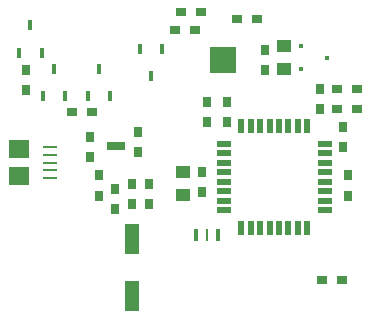
<source format=gbr>
G04 DipTrace 2.4.0.2*
%INTopPaste.gbr*%
%MOIN*%
%ADD37R,0.05X0.022*%
%ADD38R,0.022X0.05*%
%ADD56O,0.0031X0.0255*%
%ADD58R,0.059X0.0275*%
%ADD70R,0.0472X0.1043*%
%ADD72R,0.0079X0.0433*%
%ADD74R,0.0157X0.0433*%
%ADD80R,0.0157X0.0118*%
%ADD82R,0.0669X0.063*%
%ADD84R,0.0453X0.0079*%
%ADD94R,0.0177X0.0335*%
%ADD96R,0.0886X0.0886*%
%ADD98R,0.0039X0.0256*%
%ADD100R,0.0256X0.0039*%
%ADD112R,0.0354X0.0315*%
%ADD114R,0.0512X0.0433*%
%ADD116R,0.0315X0.0354*%
%FSLAX44Y44*%
G04*
G70*
G90*
G75*
G01*
%LNTopPaste*%
%LPD*%
D116*
X560Y7735D3*
Y8405D3*
X6430Y4335D3*
Y5005D3*
X11310Y4215D3*
Y4885D3*
D114*
X5810Y4236D3*
Y4984D3*
D116*
X6580Y6675D3*
Y7345D3*
X7250Y6675D3*
Y7345D3*
X8540Y8395D3*
Y9065D3*
D112*
X7595Y10100D3*
X8265D3*
D37*
X7150Y5932D3*
Y5617D3*
Y5302D3*
Y4987D3*
Y4673D3*
Y4358D3*
Y4043D3*
Y3728D3*
D38*
X7738Y3140D3*
X8053D3*
X8368D3*
X8683D3*
X8997D3*
X9312D3*
X9627D3*
X9942D3*
D37*
X10530Y3728D3*
Y4043D3*
Y4358D3*
Y4673D3*
Y4987D3*
Y5302D3*
Y5617D3*
Y5932D3*
D38*
X9942Y6520D3*
X9627D3*
X9312D3*
X8997D3*
X8683D3*
X8368D3*
X8053D3*
X7738D3*
D100*
X6365Y9232D3*
X6364Y9035D3*
Y8838D3*
Y8642D3*
Y8445D3*
Y8248D3*
D98*
X6648Y7964D3*
X6845D3*
X7042D3*
X7238D3*
X7435D3*
X7632D3*
D100*
X7916Y8248D3*
Y8445D3*
Y8642D3*
Y8838D3*
Y9035D3*
Y9232D3*
D98*
X7632Y9516D3*
X7435D3*
X7238D3*
X7042D3*
X6845D3*
X6648D3*
D96*
X7140Y8740D3*
D116*
X2980Y4215D3*
Y4885D3*
D94*
X1126Y7537D3*
X1874D3*
X1500Y8443D3*
D112*
X5535Y9740D3*
X6205D3*
X5715Y10320D3*
X6385D3*
D116*
X4300Y5655D3*
Y6325D3*
X2710Y6165D3*
Y5495D3*
D84*
X1379Y5822D3*
Y5566D3*
Y5310D3*
Y5054D3*
Y4798D3*
D82*
X325Y5764D3*
Y4858D3*
D80*
X9737Y9184D3*
Y8436D3*
X10603Y8809D3*
D56*
X3245Y5417D3*
X3403D3*
X3560D3*
X3717D3*
X3875D3*
Y6283D3*
X3717D3*
X3560D3*
X3403D3*
X3245D3*
D58*
X3560Y5850D3*
D74*
X6226Y2890D3*
D72*
X6600D3*
D74*
X6974D3*
D94*
X336Y8977D3*
X1084D3*
X710Y9883D3*
X2626Y7537D3*
X3374D3*
X3000Y8443D3*
X5094Y9093D3*
X4346D3*
X4720Y8187D3*
D112*
X2105Y6990D3*
X2775D3*
D70*
X4100Y2766D3*
Y874D3*
D116*
X3530Y3755D3*
Y4425D3*
X4110Y4615D3*
Y3945D3*
X4660Y4615D3*
Y3945D3*
X11130Y6495D3*
Y5825D3*
X10350Y7755D3*
Y7085D3*
D112*
X11585Y7090D3*
X10915D3*
X11585Y7760D3*
X10915D3*
X11105Y1390D3*
X10435D3*
D114*
X9160Y9194D3*
Y8446D3*
M02*

</source>
